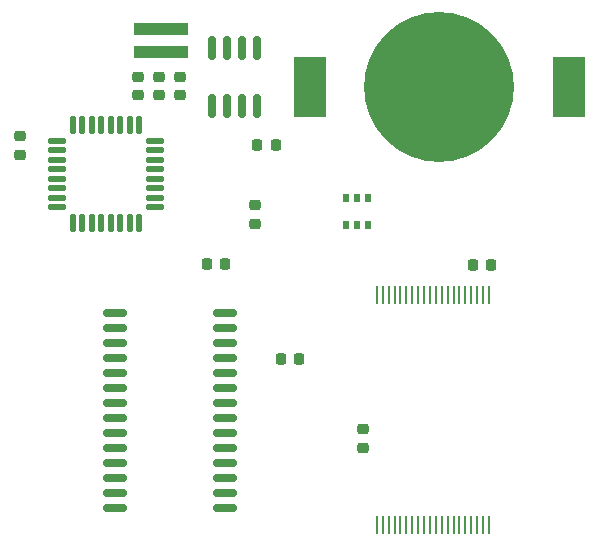
<source format=gbr>
G04 #@! TF.GenerationSoftware,KiCad,Pcbnew,(6.0.8)*
G04 #@! TF.CreationDate,2022-12-25T17:24:50-05:00*
G04 #@! TF.ProjectId,mbc30flash,6d626333-3066-46c6-9173-682e6b696361,rev?*
G04 #@! TF.SameCoordinates,Original*
G04 #@! TF.FileFunction,Paste,Top*
G04 #@! TF.FilePolarity,Positive*
%FSLAX46Y46*%
G04 Gerber Fmt 4.6, Leading zero omitted, Abs format (unit mm)*
G04 Created by KiCad (PCBNEW (6.0.8)) date 2022-12-25 17:24:50*
%MOMM*%
%LPD*%
G01*
G04 APERTURE LIST*
G04 Aperture macros list*
%AMRoundRect*
0 Rectangle with rounded corners*
0 $1 Rounding radius*
0 $2 $3 $4 $5 $6 $7 $8 $9 X,Y pos of 4 corners*
0 Add a 4 corners polygon primitive as box body*
4,1,4,$2,$3,$4,$5,$6,$7,$8,$9,$2,$3,0*
0 Add four circle primitives for the rounded corners*
1,1,$1+$1,$2,$3*
1,1,$1+$1,$4,$5*
1,1,$1+$1,$6,$7*
1,1,$1+$1,$8,$9*
0 Add four rect primitives between the rounded corners*
20,1,$1+$1,$2,$3,$4,$5,0*
20,1,$1+$1,$4,$5,$6,$7,0*
20,1,$1+$1,$6,$7,$8,$9,0*
20,1,$1+$1,$8,$9,$2,$3,0*%
G04 Aperture macros list end*
%ADD10RoundRect,0.218750X0.218750X0.256250X-0.218750X0.256250X-0.218750X-0.256250X0.218750X-0.256250X0*%
%ADD11RoundRect,0.218750X-0.256250X0.218750X-0.256250X-0.218750X0.256250X-0.218750X0.256250X0.218750X0*%
%ADD12RoundRect,0.218750X0.256250X-0.218750X0.256250X0.218750X-0.256250X0.218750X-0.256250X-0.218750X0*%
%ADD13RoundRect,0.218750X-0.218750X-0.256250X0.218750X-0.256250X0.218750X0.256250X-0.218750X0.256250X0*%
%ADD14R,0.250000X1.600000*%
%ADD15R,4.550000X1.000000*%
%ADD16RoundRect,0.150000X0.150000X-0.825000X0.150000X0.825000X-0.150000X0.825000X-0.150000X-0.825000X0*%
%ADD17R,2.790000X5.080000*%
%ADD18C,12.700000*%
%ADD19RoundRect,0.150000X-0.875000X-0.150000X0.875000X-0.150000X0.875000X0.150000X-0.875000X0.150000X0*%
%ADD20R,0.510000X0.700000*%
%ADD21RoundRect,0.125000X0.125000X-0.625000X0.125000X0.625000X-0.125000X0.625000X-0.125000X-0.625000X0*%
%ADD22RoundRect,0.125000X0.625000X-0.125000X0.625000X0.125000X-0.625000X0.125000X-0.625000X-0.125000X0*%
G04 APERTURE END LIST*
D10*
X106621500Y-95664000D03*
X105046500Y-95664000D03*
D11*
X95800000Y-109550000D03*
X95800000Y-111125000D03*
X76726500Y-79735600D03*
X76726500Y-81310600D03*
D12*
X78512200Y-81310600D03*
X78512200Y-79735600D03*
X86600000Y-92169100D03*
X86600000Y-90594100D03*
D13*
X88800000Y-103600000D03*
X90375000Y-103600000D03*
D10*
X88385300Y-85471000D03*
X86810300Y-85471000D03*
D14*
X106431000Y-98220000D03*
X105931000Y-98220000D03*
X105431000Y-98220000D03*
X104931000Y-98220000D03*
X104431000Y-98220000D03*
X103931000Y-98220000D03*
X103431000Y-98220000D03*
X102931000Y-98220000D03*
X102431000Y-98220000D03*
X101931000Y-98220000D03*
X101431000Y-98220000D03*
X100931000Y-98220000D03*
X100431000Y-98220000D03*
X99931000Y-98220000D03*
X99431000Y-98220000D03*
X98931000Y-98220000D03*
X98431000Y-98220000D03*
X97931000Y-98220000D03*
X97431000Y-98220000D03*
X96931000Y-98220000D03*
X96931000Y-117720000D03*
X97431000Y-117720000D03*
X97931000Y-117720000D03*
X98431000Y-117720000D03*
X98931000Y-117720000D03*
X99431000Y-117720000D03*
X99931000Y-117720000D03*
X100431000Y-117720000D03*
X100931000Y-117720000D03*
X101431000Y-117720000D03*
X101931000Y-117720000D03*
X102431000Y-117720000D03*
X102931000Y-117720000D03*
X103431000Y-117720000D03*
X103931000Y-117720000D03*
X104431000Y-117720000D03*
X104931000Y-117720000D03*
X105431000Y-117720000D03*
X105931000Y-117720000D03*
X106431000Y-117720000D03*
D15*
X78698200Y-77668800D03*
X78698200Y-75668800D03*
D12*
X80302200Y-81310600D03*
X80302200Y-79735600D03*
D16*
X83000300Y-82223400D03*
X84270300Y-82223400D03*
X85540300Y-82223400D03*
X86810300Y-82223400D03*
X86810300Y-77273400D03*
X85540300Y-77273400D03*
X84270300Y-77273400D03*
X83000300Y-77273400D03*
D17*
X113210000Y-80634800D03*
X91240000Y-80634800D03*
D18*
X102225000Y-80634800D03*
D19*
X74740400Y-99715000D03*
X74740400Y-100985000D03*
X74740400Y-102255000D03*
X74740400Y-103525000D03*
X74740400Y-104795000D03*
X74740400Y-106065000D03*
X74740400Y-107335000D03*
X74740400Y-108605000D03*
X74740400Y-109875000D03*
X74740400Y-111145000D03*
X74740400Y-112415000D03*
X74740400Y-113685000D03*
X74740400Y-114955000D03*
X74740400Y-116225000D03*
X84040400Y-116225000D03*
X84040400Y-114955000D03*
X84040400Y-113685000D03*
X84040400Y-112415000D03*
X84040400Y-111145000D03*
X84040400Y-109875000D03*
X84040400Y-108605000D03*
X84040400Y-107335000D03*
X84040400Y-106065000D03*
X84040400Y-104795000D03*
X84040400Y-103525000D03*
X84040400Y-102255000D03*
X84040400Y-100985000D03*
X84040400Y-99715000D03*
D20*
X94300000Y-92310000D03*
X95250000Y-92310000D03*
X96200000Y-92310000D03*
X96200000Y-89990000D03*
X95250000Y-89990000D03*
X94300000Y-89990000D03*
D12*
X66713100Y-86322000D03*
X66713100Y-84747000D03*
D21*
X71213100Y-92137700D03*
X72013100Y-92137700D03*
X72813100Y-92137700D03*
X73613100Y-92137700D03*
X74413100Y-92137700D03*
X75213100Y-92137700D03*
X76013100Y-92137700D03*
X76813100Y-92137700D03*
D22*
X78188100Y-90762700D03*
X78188100Y-89962700D03*
X78188100Y-89162700D03*
X78188100Y-88362700D03*
X78188100Y-87562700D03*
X78188100Y-86762700D03*
X78188100Y-85962700D03*
X78188100Y-85162700D03*
D21*
X76813100Y-83787700D03*
X76013100Y-83787700D03*
X75213100Y-83787700D03*
X74413100Y-83787700D03*
X73613100Y-83787700D03*
X72813100Y-83787700D03*
X72013100Y-83787700D03*
X71213100Y-83787700D03*
D22*
X69838100Y-85162700D03*
X69838100Y-85962700D03*
X69838100Y-86762700D03*
X69838100Y-87562700D03*
X69838100Y-88362700D03*
X69838100Y-89162700D03*
X69838100Y-89962700D03*
X69838100Y-90762700D03*
D13*
X82524500Y-95608100D03*
X84099500Y-95608100D03*
M02*

</source>
